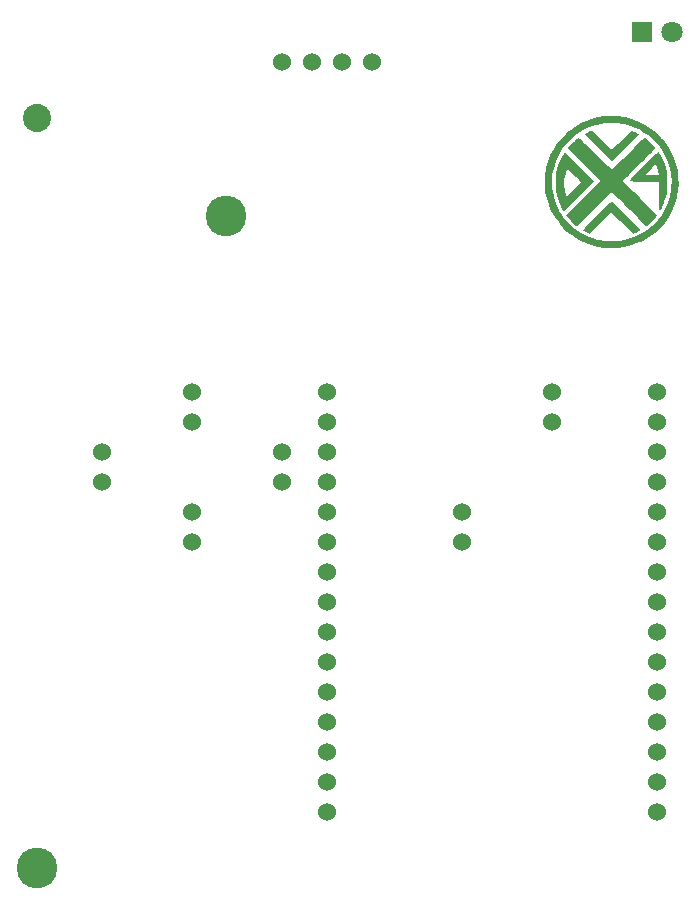
<source format=gbr>
%TF.GenerationSoftware,KiCad,Pcbnew,7.0.9+dfsg-1*%
%TF.CreationDate,2023-11-29T17:00:19+07:00*%
%TF.ProjectId,wifitools,77696669-746f-46f6-9c73-2e6b69636164,rev?*%
%TF.SameCoordinates,Original*%
%TF.FileFunction,Soldermask,Top*%
%TF.FilePolarity,Negative*%
%FSLAX46Y46*%
G04 Gerber Fmt 4.6, Leading zero omitted, Abs format (unit mm)*
G04 Created by KiCad (PCBNEW 7.0.9+dfsg-1) date 2023-11-29 17:00:19*
%MOMM*%
%LPD*%
G01*
G04 APERTURE LIST*
%ADD10C,1.524000*%
%ADD11R,1.800000X1.800000*%
%ADD12C,1.800000*%
%ADD13C,2.390000*%
%ADD14C,3.450000*%
G04 APERTURE END LIST*
%TO.C,*%
G36*
X164277999Y-65031910D02*
G01*
X164467234Y-65220012D01*
X164642761Y-65392535D01*
X164799065Y-65544211D01*
X164930634Y-65669768D01*
X165031955Y-65763939D01*
X165097513Y-65821453D01*
X165120980Y-65837583D01*
X165154333Y-65815634D01*
X165226421Y-65754319D01*
X165329805Y-65660436D01*
X165457042Y-65540782D01*
X165600690Y-65402156D01*
X165643105Y-65360606D01*
X165817377Y-65189313D01*
X166002388Y-65007446D01*
X166183381Y-64829515D01*
X166345596Y-64670028D01*
X166461445Y-64556110D01*
X166794484Y-64228592D01*
X166902191Y-64270709D01*
X167031853Y-64324367D01*
X167161604Y-64382997D01*
X167277671Y-64439754D01*
X167366282Y-64487788D01*
X167413664Y-64520254D01*
X167417995Y-64527146D01*
X167395488Y-64554347D01*
X167330933Y-64622890D01*
X167228774Y-64728275D01*
X167093458Y-64866000D01*
X166929430Y-65031564D01*
X166741135Y-65220463D01*
X166533019Y-65428197D01*
X166309529Y-65650264D01*
X166278569Y-65680951D01*
X165139143Y-66809967D01*
X163969200Y-65658851D01*
X162799258Y-64507734D01*
X162994680Y-64409142D01*
X163122246Y-64349366D01*
X163250976Y-64296281D01*
X163330972Y-64268393D01*
X163471842Y-64226237D01*
X164277999Y-65031910D01*
G37*
G36*
X165127093Y-70234721D02*
G01*
X165197776Y-70298878D01*
X165305906Y-70400611D01*
X165447073Y-70535669D01*
X165616869Y-70699801D01*
X165810885Y-70888756D01*
X166024712Y-71098283D01*
X166253942Y-71324132D01*
X166356328Y-71425384D01*
X167581535Y-72638378D01*
X167409983Y-72741228D01*
X167287180Y-72809673D01*
X167159438Y-72872994D01*
X167093936Y-72901476D01*
X166949440Y-72958874D01*
X166457304Y-72467932D01*
X166255302Y-72267111D01*
X166053297Y-72067557D01*
X165856659Y-71874463D01*
X165670755Y-71693021D01*
X165500956Y-71528423D01*
X165352631Y-71385861D01*
X165231149Y-71270528D01*
X165141879Y-71187616D01*
X165090191Y-71142317D01*
X165079361Y-71135409D01*
X165055168Y-71159298D01*
X164989693Y-71224277D01*
X164887935Y-71325378D01*
X164754895Y-71457629D01*
X164595571Y-71616060D01*
X164414962Y-71795703D01*
X164218068Y-71991586D01*
X164160536Y-72048830D01*
X163959871Y-72248149D01*
X163773839Y-72432261D01*
X163607466Y-72596243D01*
X163465778Y-72735170D01*
X163353801Y-72844120D01*
X163276561Y-72918170D01*
X163239082Y-72952394D01*
X163236392Y-72954170D01*
X163203269Y-72940055D01*
X163125534Y-72902669D01*
X163016661Y-72848569D01*
X162947336Y-72813529D01*
X162826722Y-72749495D01*
X162730442Y-72693248D01*
X162672022Y-72652952D01*
X162660965Y-72640657D01*
X162681326Y-72612329D01*
X162743184Y-72543628D01*
X162841294Y-72439777D01*
X162970413Y-72306002D01*
X163125299Y-72147525D01*
X163300708Y-71969569D01*
X163491397Y-71777359D01*
X163692123Y-71576118D01*
X163897644Y-71371070D01*
X164102716Y-71167439D01*
X164302095Y-70970447D01*
X164490540Y-70785319D01*
X164662807Y-70617278D01*
X164813652Y-70471548D01*
X164937833Y-70353353D01*
X165030107Y-70267915D01*
X165085230Y-70220460D01*
X165098265Y-70212391D01*
X165127093Y-70234721D01*
G37*
G36*
X161154272Y-66091904D02*
G01*
X161187955Y-66116757D01*
X161192255Y-66120416D01*
X161231042Y-66156523D01*
X161310605Y-66233019D01*
X161425288Y-66344381D01*
X161569434Y-66485089D01*
X161737388Y-66649620D01*
X161923495Y-66832455D01*
X162122098Y-67028072D01*
X162128422Y-67034309D01*
X162341380Y-67244238D01*
X162554151Y-67453783D01*
X162758742Y-67655086D01*
X162947161Y-67840291D01*
X163111416Y-68001541D01*
X163243514Y-68130979D01*
X163319891Y-68205586D01*
X163645566Y-68522940D01*
X163107680Y-69042629D01*
X162941116Y-69204386D01*
X162740428Y-69400621D01*
X162517578Y-69619557D01*
X162284529Y-69849415D01*
X162053241Y-70078417D01*
X161835678Y-70294787D01*
X161815319Y-70315094D01*
X161060843Y-71067871D01*
X160992624Y-70972066D01*
X160906931Y-70830171D01*
X160813323Y-70638197D01*
X160717240Y-70409980D01*
X160624118Y-70159356D01*
X160539394Y-69900162D01*
X160468507Y-69646235D01*
X160463144Y-69624730D01*
X160424665Y-69420523D01*
X160395932Y-69170024D01*
X160377487Y-68891582D01*
X160371516Y-68665778D01*
X161103296Y-68665778D01*
X161103313Y-68677943D01*
X161106004Y-68884470D01*
X161114752Y-69045964D01*
X161131720Y-69182569D01*
X161159069Y-69314431D01*
X161180409Y-69396195D01*
X161218576Y-69529156D01*
X161254124Y-69643080D01*
X161281119Y-69719284D01*
X161287612Y-69733904D01*
X161312010Y-69770751D01*
X161341966Y-69768791D01*
X161397692Y-69725419D01*
X161405426Y-69718734D01*
X161453458Y-69673728D01*
X161539174Y-69589976D01*
X161654597Y-69475412D01*
X161791754Y-69337969D01*
X161942669Y-69185580D01*
X162006619Y-69120673D01*
X162154876Y-68969026D01*
X162286393Y-68832694D01*
X162394656Y-68718580D01*
X162473149Y-68633587D01*
X162515359Y-68584617D01*
X162520823Y-68575843D01*
X162498311Y-68548074D01*
X162436287Y-68483717D01*
X162343016Y-68390694D01*
X162226761Y-68276925D01*
X162095788Y-68150329D01*
X161958362Y-68018826D01*
X161822747Y-67890336D01*
X161697209Y-67772780D01*
X161590012Y-67674077D01*
X161509422Y-67602146D01*
X161473089Y-67571830D01*
X161388466Y-67505998D01*
X161287987Y-67741007D01*
X161215067Y-67916343D01*
X161164212Y-68056765D01*
X161131515Y-68182095D01*
X161113068Y-68312159D01*
X161104965Y-68466778D01*
X161103296Y-68665778D01*
X160371516Y-68665778D01*
X160369871Y-68603548D01*
X160373625Y-68324273D01*
X160389292Y-68072108D01*
X160412099Y-67894396D01*
X160511257Y-67449409D01*
X160651394Y-67009669D01*
X160825230Y-66595613D01*
X160977818Y-66306552D01*
X161047369Y-66189133D01*
X161093569Y-66119768D01*
X161126007Y-66090133D01*
X161154272Y-66091904D01*
G37*
G36*
X169084935Y-66043713D02*
G01*
X169093408Y-66055556D01*
X169135362Y-66123824D01*
X169194461Y-66215548D01*
X169216686Y-66249175D01*
X169282675Y-66362308D01*
X169361702Y-66519260D01*
X169445714Y-66702055D01*
X169526658Y-66892716D01*
X169596482Y-67073268D01*
X169631915Y-67176144D01*
X169687495Y-67350589D01*
X169730687Y-67495000D01*
X169763052Y-67621620D01*
X169786156Y-67742690D01*
X169801561Y-67870452D01*
X169810832Y-68017150D01*
X169815530Y-68195026D01*
X169817221Y-68416321D01*
X169817457Y-68628972D01*
X169816095Y-68929257D01*
X169811738Y-69169309D01*
X169804164Y-69354131D01*
X169793151Y-69488727D01*
X169778478Y-69578100D01*
X169774768Y-69592082D01*
X169698463Y-69849123D01*
X169633161Y-70057151D01*
X169573809Y-70230441D01*
X169515355Y-70383273D01*
X169452748Y-70529924D01*
X169409657Y-70623949D01*
X169344656Y-70758601D01*
X169286863Y-70870593D01*
X169243203Y-70946968D01*
X169222477Y-70974143D01*
X169178425Y-70968606D01*
X169136368Y-70935464D01*
X169122172Y-70913883D01*
X169110705Y-70879401D01*
X169101683Y-70825513D01*
X169094824Y-70745715D01*
X169089843Y-70633500D01*
X169086457Y-70482365D01*
X169084383Y-70285803D01*
X169083336Y-70037310D01*
X169083034Y-69730381D01*
X169083033Y-69711941D01*
X169083033Y-68547352D01*
X167896448Y-68547352D01*
X167544683Y-68548018D01*
X167255115Y-68548162D01*
X167024683Y-68545004D01*
X166850326Y-68535762D01*
X166728986Y-68517657D01*
X166657602Y-68487907D01*
X166633113Y-68443733D01*
X166652459Y-68382352D01*
X166712581Y-68300986D01*
X166810417Y-68196852D01*
X166942909Y-68067171D01*
X167027302Y-67985903D01*
X167948574Y-67985903D01*
X167976513Y-67992843D01*
X168057680Y-67998452D01*
X168180016Y-68002592D01*
X168331464Y-68005123D01*
X168499965Y-68005906D01*
X168673463Y-68004802D01*
X168839900Y-68001672D01*
X168960604Y-67997583D01*
X169040781Y-67989766D01*
X169075083Y-67962733D01*
X169082929Y-67897029D01*
X169083033Y-67874935D01*
X169073329Y-67777725D01*
X169047327Y-67651723D01*
X169009695Y-67511120D01*
X168965099Y-67370107D01*
X168918207Y-67242874D01*
X168873685Y-67143614D01*
X168836200Y-67086517D01*
X168821013Y-67078200D01*
X168792815Y-67100599D01*
X168728706Y-67161833D01*
X168637279Y-67252961D01*
X168527130Y-67365041D01*
X168406854Y-67489130D01*
X168285045Y-67616287D01*
X168170297Y-67737569D01*
X168071205Y-67844035D01*
X167996365Y-67926742D01*
X167954370Y-67976749D01*
X167948574Y-67985903D01*
X167027302Y-67985903D01*
X167106995Y-67909161D01*
X167149121Y-67868288D01*
X167333354Y-67688530D01*
X167549541Y-67476770D01*
X167783369Y-67247078D01*
X168020524Y-67013527D01*
X168246694Y-66790187D01*
X168382155Y-66656047D01*
X168576739Y-66463525D01*
X168730449Y-66312902D01*
X168848475Y-66199796D01*
X168936004Y-66119828D01*
X168998226Y-66068616D01*
X169040329Y-66041780D01*
X169067502Y-66034939D01*
X169084935Y-66043713D01*
G37*
G36*
X162351634Y-64829880D02*
G01*
X162380315Y-64854370D01*
X162451250Y-64920680D01*
X162560241Y-65024739D01*
X162703092Y-65162479D01*
X162875606Y-65329830D01*
X163073586Y-65522721D01*
X163292835Y-65737082D01*
X163529156Y-65968845D01*
X163744281Y-66180386D01*
X163991503Y-66423265D01*
X164224997Y-66651650D01*
X164440615Y-66861549D01*
X164634208Y-67048972D01*
X164801626Y-67209928D01*
X164938721Y-67340425D01*
X165041344Y-67436474D01*
X165105345Y-67494083D01*
X165126413Y-67509817D01*
X165153163Y-67485857D01*
X165222212Y-67420097D01*
X165329385Y-67316607D01*
X165470510Y-67179458D01*
X165641414Y-67012719D01*
X165837925Y-66820460D01*
X166055870Y-66606752D01*
X166291075Y-66375664D01*
X166498772Y-66171257D01*
X166745452Y-65928606D01*
X166978586Y-65699874D01*
X167193974Y-65489141D01*
X167387418Y-65300487D01*
X167554718Y-65137992D01*
X167691676Y-65005736D01*
X167794092Y-64907799D01*
X167857767Y-64848261D01*
X167878222Y-64830916D01*
X167919594Y-64845484D01*
X167997302Y-64898362D01*
X168102112Y-64981091D01*
X168224795Y-65085212D01*
X168356118Y-65202266D01*
X168486851Y-65323797D01*
X168607761Y-65441344D01*
X168709617Y-65546450D01*
X168783188Y-65630655D01*
X168819243Y-65685503D01*
X168821362Y-65695081D01*
X168798644Y-65722491D01*
X168733386Y-65791534D01*
X168629659Y-65898116D01*
X168491532Y-66038144D01*
X168323076Y-66207524D01*
X168128361Y-66402161D01*
X167911458Y-66617961D01*
X167676436Y-66850832D01*
X167450153Y-67074225D01*
X167202138Y-67319211D01*
X166968556Y-67551014D01*
X166753480Y-67765522D01*
X166560981Y-67958623D01*
X166395129Y-68126205D01*
X166259997Y-68264155D01*
X166159656Y-68368361D01*
X166098176Y-68434711D01*
X166079434Y-68458716D01*
X166102049Y-68486986D01*
X166167264Y-68557056D01*
X166271134Y-68664935D01*
X166409714Y-68806627D01*
X166579058Y-68978142D01*
X166775221Y-69175484D01*
X166994258Y-69394663D01*
X167232224Y-69631683D01*
X167485174Y-69882553D01*
X167530999Y-69927890D01*
X168982563Y-71363483D01*
X168864161Y-71514351D01*
X168793723Y-71597659D01*
X168697507Y-71702692D01*
X168584637Y-71820475D01*
X168464237Y-71942033D01*
X168345432Y-72058393D01*
X168237344Y-72160579D01*
X168149099Y-72239617D01*
X168089819Y-72286532D01*
X168070144Y-72295365D01*
X168042641Y-72271206D01*
X167972963Y-72205077D01*
X167865254Y-72101031D01*
X167723657Y-71963123D01*
X167552313Y-71795408D01*
X167355365Y-71601938D01*
X167136957Y-71386769D01*
X166901230Y-71153954D01*
X166675632Y-70930643D01*
X166425077Y-70682486D01*
X166186049Y-70445976D01*
X165962983Y-70225485D01*
X165760315Y-70025386D01*
X165582479Y-69850051D01*
X165433910Y-69703855D01*
X165319042Y-69591170D01*
X165242311Y-69516369D01*
X165210334Y-69485791D01*
X165112363Y-69395824D01*
X164771541Y-69726215D01*
X164677748Y-69817762D01*
X164544123Y-69949079D01*
X164377073Y-70113833D01*
X164183001Y-70305686D01*
X163968311Y-70518302D01*
X163739407Y-70745346D01*
X163502694Y-70980482D01*
X163302892Y-71179229D01*
X163078626Y-71401982D01*
X162868223Y-71610042D01*
X162676233Y-71798975D01*
X162507204Y-71964350D01*
X162365684Y-72101734D01*
X162256222Y-72206693D01*
X162183367Y-72274797D01*
X162151666Y-72301611D01*
X162150924Y-72301851D01*
X162119534Y-72280438D01*
X162051240Y-72221969D01*
X161955766Y-72135099D01*
X161842832Y-72028483D01*
X161830032Y-72016182D01*
X161699064Y-71886103D01*
X161570320Y-71751312D01*
X161459783Y-71628922D01*
X161391290Y-71546401D01*
X161249300Y-71362288D01*
X162701257Y-69927181D01*
X162956511Y-69674365D01*
X163197473Y-69434687D01*
X163420195Y-69212140D01*
X163620731Y-69010717D01*
X163795134Y-68834410D01*
X163939459Y-68687210D01*
X164049759Y-68573111D01*
X164122086Y-68496103D01*
X164152496Y-68460180D01*
X164153213Y-68458409D01*
X164130571Y-68430011D01*
X164065359Y-68360029D01*
X163961650Y-68252575D01*
X163823515Y-68111761D01*
X163655026Y-67941697D01*
X163460256Y-67746496D01*
X163243276Y-67530270D01*
X163008158Y-67297129D01*
X162782168Y-67074029D01*
X162534065Y-66829003D01*
X162300398Y-66597067D01*
X162085242Y-66382341D01*
X161892669Y-66188949D01*
X161726754Y-66021012D01*
X161591571Y-65882652D01*
X161491195Y-65777991D01*
X161429698Y-65711152D01*
X161410960Y-65686687D01*
X161432737Y-65650666D01*
X161491483Y-65579960D01*
X161577114Y-65485158D01*
X161679545Y-65376848D01*
X161788695Y-65265619D01*
X161894479Y-65162059D01*
X161986815Y-65076758D01*
X162014839Y-65052545D01*
X162162254Y-64933981D01*
X162270784Y-64858967D01*
X162337915Y-64829163D01*
X162351634Y-64829880D01*
G37*
G36*
X165689608Y-63007449D02*
G01*
X166277665Y-63097931D01*
X166844093Y-63247633D01*
X167417809Y-63465016D01*
X167953930Y-63735558D01*
X168454409Y-64060461D01*
X168921201Y-64440928D01*
X169168049Y-64678130D01*
X169306464Y-64820376D01*
X169417031Y-64938982D01*
X169511552Y-65048555D01*
X169601826Y-65163701D01*
X169699655Y-65299025D01*
X169816840Y-65469134D01*
X169867425Y-65543753D01*
X170149437Y-66017293D01*
X170381932Y-66526800D01*
X170562858Y-67063401D01*
X170690163Y-67618224D01*
X170761795Y-68182395D01*
X170775701Y-68747041D01*
X170732475Y-69284004D01*
X170619279Y-69893104D01*
X170448687Y-70471212D01*
X170221079Y-71017750D01*
X169936838Y-71532144D01*
X169596345Y-72013816D01*
X169199982Y-72462192D01*
X168748130Y-72876695D01*
X168241170Y-73256749D01*
X167994908Y-73416538D01*
X167881190Y-73485985D01*
X167789389Y-73539979D01*
X167732798Y-73570803D01*
X167721797Y-73575116D01*
X167686088Y-73588044D01*
X167606575Y-73622417D01*
X167498414Y-73671618D01*
X167462841Y-73688188D01*
X167031700Y-73862720D01*
X166552008Y-74006602D01*
X166034323Y-74116928D01*
X165742432Y-74161564D01*
X165609496Y-74173903D01*
X165433444Y-74182895D01*
X165232685Y-74188363D01*
X165025627Y-74190130D01*
X164830679Y-74188020D01*
X164666250Y-74181854D01*
X164561311Y-74172920D01*
X163990527Y-74078790D01*
X163465276Y-73948983D01*
X162974055Y-73779607D01*
X162505360Y-73566770D01*
X162104784Y-73341886D01*
X161737206Y-73091502D01*
X161371327Y-72794314D01*
X161025328Y-72466701D01*
X160717389Y-72125039D01*
X160624156Y-72008020D01*
X160290012Y-71529896D01*
X160014066Y-71037507D01*
X159791275Y-70520095D01*
X159616594Y-69966902D01*
X159560388Y-69738997D01*
X159531129Y-69607152D01*
X159508990Y-69492886D01*
X159492972Y-69383579D01*
X159482072Y-69266612D01*
X159475291Y-69129363D01*
X159471628Y-68959213D01*
X159470081Y-68743541D01*
X159469764Y-68596324D01*
X159469795Y-68528566D01*
X160065704Y-68528566D01*
X160067963Y-68835680D01*
X160083575Y-69124615D01*
X160112762Y-69374804D01*
X160118597Y-69409247D01*
X160206662Y-69800153D01*
X160331222Y-70205218D01*
X160484200Y-70602629D01*
X160657522Y-70970569D01*
X160772367Y-71175501D01*
X160875746Y-71333092D01*
X161009721Y-71517460D01*
X161161515Y-71712715D01*
X161318354Y-71902968D01*
X161467462Y-72072332D01*
X161596063Y-72204916D01*
X161612545Y-72220418D01*
X162048453Y-72585755D01*
X162504887Y-72891772D01*
X162990022Y-73143268D01*
X163512031Y-73345039D01*
X163549663Y-73357264D01*
X163724593Y-73412070D01*
X163874804Y-73455140D01*
X164021706Y-73491738D01*
X164186709Y-73527130D01*
X164391222Y-73566581D01*
X164430720Y-73573932D01*
X164561982Y-73589082D01*
X164743353Y-73597294D01*
X164960071Y-73599076D01*
X165197375Y-73594933D01*
X165440504Y-73585373D01*
X165674697Y-73570903D01*
X165885192Y-73552029D01*
X166057229Y-73529259D01*
X166128406Y-73515641D01*
X166691483Y-73362633D01*
X167210494Y-73164734D01*
X167691659Y-72918704D01*
X168141197Y-72621304D01*
X168565328Y-72269296D01*
X168620734Y-72217646D01*
X169017881Y-71799230D01*
X169359040Y-71347956D01*
X169643097Y-70866117D01*
X169868937Y-70356004D01*
X170035445Y-69819911D01*
X170141506Y-69260129D01*
X170165844Y-69040387D01*
X170184268Y-68480465D01*
X170140457Y-67930416D01*
X170037206Y-67394467D01*
X169877310Y-66876846D01*
X169663563Y-66381783D01*
X169398760Y-65913505D01*
X169085695Y-65476240D01*
X168727164Y-65074217D01*
X168325960Y-64711664D01*
X167884879Y-64392810D01*
X167406715Y-64121882D01*
X166894263Y-63903109D01*
X166734128Y-63848237D01*
X166450992Y-63761040D01*
X166203144Y-63696422D01*
X165970772Y-63651307D01*
X165734065Y-63622619D01*
X165473213Y-63607285D01*
X165168404Y-63602228D01*
X165148972Y-63602185D01*
X164876638Y-63603868D01*
X164652200Y-63611288D01*
X164458356Y-63626573D01*
X164277807Y-63651850D01*
X164093252Y-63689249D01*
X163887390Y-63740897D01*
X163777763Y-63770864D01*
X163220267Y-63958162D01*
X162699690Y-64198377D01*
X162218248Y-64489115D01*
X161778155Y-64827984D01*
X161381628Y-65212591D01*
X161030881Y-65640543D01*
X160728129Y-66109447D01*
X160475588Y-66616910D01*
X160275473Y-67160539D01*
X160136852Y-67703829D01*
X160100369Y-67942072D01*
X160076580Y-68223840D01*
X160065704Y-68528566D01*
X159469795Y-68528566D01*
X159469876Y-68350731D01*
X159471583Y-68157751D01*
X159475896Y-68004702D01*
X159483827Y-67878904D01*
X159496384Y-67767676D01*
X159514579Y-67658336D01*
X159539422Y-67538204D01*
X159562126Y-67437326D01*
X159666607Y-67030286D01*
X159787215Y-66661388D01*
X159933111Y-66303852D01*
X159997724Y-66164062D01*
X160059672Y-66038363D01*
X160125404Y-65915602D01*
X160201473Y-65785003D01*
X160294430Y-65635794D01*
X160410830Y-65457201D01*
X160557224Y-65238449D01*
X160591936Y-65187073D01*
X160658304Y-65102795D01*
X160763408Y-64985482D01*
X160896944Y-64845211D01*
X161048609Y-64692062D01*
X161208101Y-64536111D01*
X161365116Y-64387437D01*
X161509352Y-64256119D01*
X161630505Y-64152233D01*
X161716601Y-64086959D01*
X162018852Y-63891552D01*
X162281312Y-63731847D01*
X162514408Y-63601813D01*
X162728569Y-63495418D01*
X162779188Y-63472336D01*
X163335770Y-63258242D01*
X163911559Y-63104349D01*
X164500099Y-63011015D01*
X165094934Y-62978596D01*
X165689608Y-63007449D01*
G37*
%TD*%
D10*
%TO.C,Display *%
X137160000Y-58420000D03*
X139700000Y-58420000D03*
X142240000Y-58420000D03*
X144780000Y-58420000D03*
%TD*%
%TO.C,A*%
X160020000Y-86360000D03*
X160020000Y-88900000D03*
%TD*%
D11*
%TO.C,Senter*%
X167640000Y-55880000D03*
D12*
X170180000Y-55880000D03*
%TD*%
D10*
%TO.C,RIGHT*%
X137160000Y-91440000D03*
X137160000Y-93980000D03*
%TD*%
%TO.C,LEFT*%
X121920000Y-91440000D03*
X121920000Y-93980000D03*
%TD*%
%TO.C,DOWN*%
X129540000Y-96520000D03*
X129540000Y-99060000D03*
%TD*%
%TO.C,UP*%
X129540000Y-86360000D03*
X129540000Y-88900000D03*
%TD*%
%TO.C,B*%
X152400000Y-96520000D03*
X152400000Y-99060000D03*
%TD*%
%TO.C,*%
X168910000Y-86360000D03*
X168910000Y-88900000D03*
X168910000Y-91440000D03*
X168910000Y-93980000D03*
X168910000Y-96520000D03*
X168910000Y-99060000D03*
X168910000Y-101600000D03*
X168910000Y-104140000D03*
X168910000Y-106680000D03*
X168910000Y-109220000D03*
X168910000Y-111760000D03*
X168910000Y-114300000D03*
X168910000Y-116840000D03*
X168910000Y-119380000D03*
X168910000Y-121920000D03*
X140970000Y-121920000D03*
X140970000Y-119380000D03*
X140970000Y-116840000D03*
X140970000Y-114300000D03*
X140970000Y-111760000D03*
X140970000Y-109220000D03*
X140970000Y-106680000D03*
X140970000Y-104140000D03*
X140970000Y-101600000D03*
X140970000Y-99060000D03*
X140970000Y-96520000D03*
X140970000Y-93980000D03*
X140970000Y-91440000D03*
X140970000Y-88900000D03*
X140970000Y-86360000D03*
%TD*%
D13*
%TO.C,REF\u002A\u002A*%
X116460000Y-63130000D03*
D14*
X132460000Y-71460000D03*
X116460000Y-126660000D03*
%TD*%
M02*

</source>
